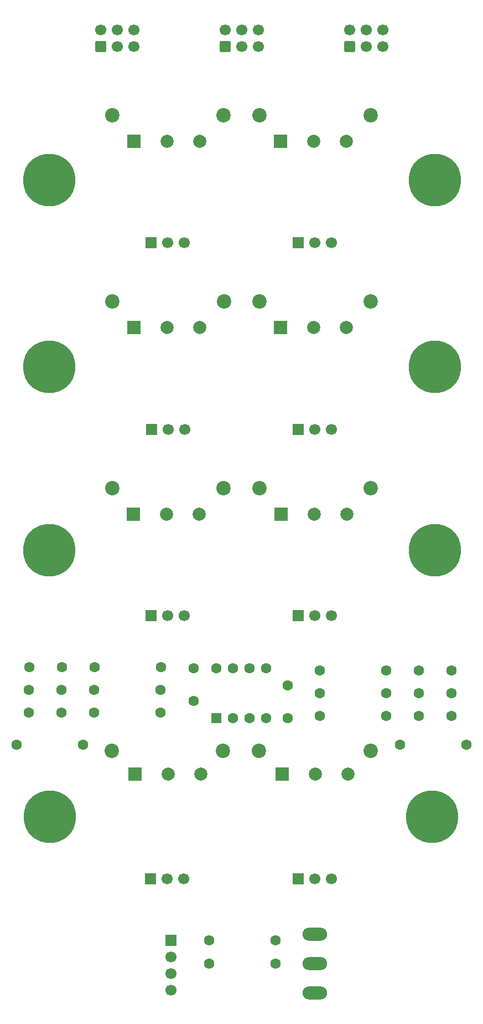
<source format=gbr>
%TF.GenerationSoftware,KiCad,Pcbnew,9.0.6*%
%TF.CreationDate,2026-01-21T22:55:00+11:00*%
%TF.ProjectId,audio-mixer,61756469-6f2d-46d6-9978-65722e6b6963,rev?*%
%TF.SameCoordinates,Original*%
%TF.FileFunction,Soldermask,Top*%
%TF.FilePolarity,Negative*%
%FSLAX46Y46*%
G04 Gerber Fmt 4.6, Leading zero omitted, Abs format (unit mm)*
G04 Created by KiCad (PCBNEW 9.0.6) date 2026-01-21 22:55:00*
%MOMM*%
%LPD*%
G01*
G04 APERTURE LIST*
G04 Aperture macros list*
%AMRoundRect*
0 Rectangle with rounded corners*
0 $1 Rounding radius*
0 $2 $3 $4 $5 $6 $7 $8 $9 X,Y pos of 4 corners*
0 Add a 4 corners polygon primitive as box body*
4,1,4,$2,$3,$4,$5,$6,$7,$8,$9,$2,$3,0*
0 Add four circle primitives for the rounded corners*
1,1,$1+$1,$2,$3*
1,1,$1+$1,$4,$5*
1,1,$1+$1,$6,$7*
1,1,$1+$1,$8,$9*
0 Add four rect primitives between the rounded corners*
20,1,$1+$1,$2,$3,$4,$5,0*
20,1,$1+$1,$4,$5,$6,$7,0*
20,1,$1+$1,$6,$7,$8,$9,0*
20,1,$1+$1,$8,$9,$2,$3,0*%
G04 Aperture macros list end*
%ADD10R,2.000000X2.000000*%
%ADD11C,2.000000*%
%ADD12RoundRect,0.250000X0.600000X-0.600000X0.600000X0.600000X-0.600000X0.600000X-0.600000X-0.600000X0*%
%ADD13C,1.700000*%
%ADD14C,1.600000*%
%ADD15O,3.750000X2.000000*%
%ADD16C,8.000000*%
%ADD17R,1.700000X1.700000*%
%ADD18C,2.200000*%
%ADD19RoundRect,0.250000X0.550000X-0.550000X0.550000X0.550000X-0.550000X0.550000X-0.550000X-0.550000X0*%
G04 APERTURE END LIST*
D10*
%TO.C,J12*%
X73000000Y-103000000D03*
D11*
X78080000Y-103000000D03*
X83080000Y-103000000D03*
%TD*%
D12*
%TO.C,J19*%
X64420000Y-31555500D03*
D13*
X64420000Y-29015500D03*
X66960000Y-31555500D03*
X66960000Y-29015500D03*
X69500000Y-31555500D03*
X69500000Y-29015500D03*
%TD*%
D14*
%TO.C,R6*%
X89112735Y-133842202D03*
X78952735Y-133842202D03*
%TD*%
%TO.C,C8*%
X74060086Y-129167673D03*
X74060086Y-134167673D03*
%TD*%
D15*
%TO.C,SW1*%
X78135000Y-176159938D03*
X78135000Y-171659938D03*
X78135000Y-167159938D03*
%TD*%
D10*
%TO.C,J2*%
X50500000Y-46000000D03*
D11*
X55580000Y-46000000D03*
X60580000Y-46000000D03*
%TD*%
D14*
%TO.C,C2*%
X34372735Y-129842202D03*
X39372735Y-129842202D03*
%TD*%
%TO.C,C3*%
X34372735Y-133342202D03*
X39372735Y-133342202D03*
%TD*%
%TO.C,C1*%
X34452735Y-126342202D03*
X39452735Y-126342202D03*
%TD*%
D16*
%TO.C,J3*%
X37500000Y-80468588D03*
%TD*%
%TO.C,J5*%
X37500000Y-108468588D03*
%TD*%
D13*
%TO.C,J17*%
X56135000Y-170675000D03*
X56135000Y-173215000D03*
X56135000Y-175755000D03*
D17*
X56135000Y-168135000D03*
%TD*%
D16*
%TO.C,J1*%
X37500000Y-51968588D03*
%TD*%
D14*
%TO.C,C7*%
X59636209Y-131502970D03*
X59636209Y-126502970D03*
%TD*%
%TO.C,R2*%
X44372735Y-129842202D03*
X54532735Y-129842202D03*
%TD*%
%TO.C,R10*%
X72135000Y-171635000D03*
X61975000Y-171635000D03*
%TD*%
D18*
%TO.C,RV6*%
X69681169Y-99012500D03*
X86731169Y-99012500D03*
D17*
X75641169Y-118512500D03*
D13*
X78181169Y-118512500D03*
X80721169Y-118512500D03*
%TD*%
D10*
%TO.C,J10*%
X72920000Y-74500000D03*
D11*
X78000000Y-74500000D03*
X83000000Y-74500000D03*
%TD*%
D16*
%TO.C,J14*%
X37635000Y-149184876D03*
%TD*%
D18*
%TO.C,RV3*%
X47181169Y-99025000D03*
X64231169Y-99025000D03*
D17*
X53141169Y-118525000D03*
D13*
X55681169Y-118525000D03*
X58221169Y-118525000D03*
%TD*%
D16*
%TO.C,J11*%
X96500000Y-108468588D03*
%TD*%
D19*
%TO.C,U1*%
X63062735Y-134152202D03*
D14*
X65602735Y-134152202D03*
X68142735Y-134152202D03*
X70682735Y-134152202D03*
X70682735Y-126532202D03*
X68142735Y-126532202D03*
X65602735Y-126532202D03*
X63062735Y-126532202D03*
%TD*%
D16*
%TO.C,J9*%
X96500000Y-80468588D03*
%TD*%
D14*
%TO.C,C6*%
X99112735Y-133842202D03*
X94112735Y-133842202D03*
%TD*%
D16*
%TO.C,J7*%
X96500000Y-51968588D03*
%TD*%
D14*
%TO.C,C5*%
X99112735Y-130342202D03*
X94112735Y-130342202D03*
%TD*%
%TO.C,R9*%
X72135000Y-168135000D03*
X61975000Y-168135000D03*
%TD*%
D18*
%TO.C,RV7*%
X47085000Y-139184876D03*
X64135000Y-139184876D03*
D17*
X53045000Y-158684876D03*
D13*
X55585000Y-158684876D03*
X58125000Y-158684876D03*
%TD*%
D10*
%TO.C,J13*%
X50635000Y-142659938D03*
D11*
X55715000Y-142659938D03*
X60715000Y-142659938D03*
%TD*%
D14*
%TO.C,R3*%
X44372735Y-133342202D03*
X54532735Y-133342202D03*
%TD*%
D12*
%TO.C,J20*%
X83500000Y-31540000D03*
D13*
X83500000Y-29000000D03*
X86040000Y-31540000D03*
X86040000Y-29000000D03*
X88580000Y-31540000D03*
X88580000Y-29000000D03*
%TD*%
D14*
%TO.C,R5*%
X89112735Y-130342202D03*
X78952735Y-130342202D03*
%TD*%
D12*
%TO.C,J18*%
X45420000Y-31540000D03*
D13*
X45420000Y-29000000D03*
X47960000Y-31540000D03*
X47960000Y-29000000D03*
X50500000Y-31540000D03*
X50500000Y-29000000D03*
%TD*%
D14*
%TO.C,R7*%
X42715000Y-138184876D03*
X32555000Y-138184876D03*
%TD*%
D16*
%TO.C,J16*%
X96135000Y-149184876D03*
%TD*%
D10*
%TO.C,J8*%
X72920000Y-46000000D03*
D11*
X78000000Y-46000000D03*
X83000000Y-46000000D03*
%TD*%
D14*
%TO.C,C4*%
X99112735Y-126842202D03*
X94112735Y-126842202D03*
%TD*%
D10*
%TO.C,J4*%
X50500000Y-74500000D03*
D11*
X55580000Y-74500000D03*
X60580000Y-74500000D03*
%TD*%
D10*
%TO.C,J15*%
X73135000Y-142659938D03*
D11*
X78215000Y-142659938D03*
X83215000Y-142659938D03*
%TD*%
D18*
%TO.C,RV1*%
X47181169Y-42012500D03*
X64231169Y-42012500D03*
D17*
X53141169Y-61512500D03*
D13*
X55681169Y-61512500D03*
X58221169Y-61512500D03*
%TD*%
D10*
%TO.C,J6*%
X50420000Y-103000000D03*
D11*
X55500000Y-103000000D03*
X60500000Y-103000000D03*
%TD*%
D14*
%TO.C,R1*%
X44452735Y-126342202D03*
X54612735Y-126342202D03*
%TD*%
D18*
%TO.C,RV4*%
X69681169Y-42025000D03*
X86731169Y-42025000D03*
D17*
X75641169Y-61525000D03*
D13*
X78181169Y-61525000D03*
X80721169Y-61525000D03*
%TD*%
D14*
%TO.C,R8*%
X91215000Y-138184876D03*
X101375000Y-138184876D03*
%TD*%
D18*
%TO.C,RV8*%
X69635000Y-139184876D03*
X86685000Y-139184876D03*
D17*
X75595000Y-158684876D03*
D13*
X78135000Y-158684876D03*
X80675000Y-158684876D03*
%TD*%
D18*
%TO.C,RV5*%
X69681169Y-70512500D03*
X86731169Y-70512500D03*
D17*
X75641169Y-90012500D03*
D13*
X78181169Y-90012500D03*
X80721169Y-90012500D03*
%TD*%
D14*
%TO.C,R4*%
X89112735Y-126842202D03*
X78952735Y-126842202D03*
%TD*%
D18*
%TO.C,RV2*%
X47221169Y-70512500D03*
X64271169Y-70512500D03*
D17*
X53181169Y-90012500D03*
D13*
X55721169Y-90012500D03*
X58261169Y-90012500D03*
%TD*%
M02*

</source>
